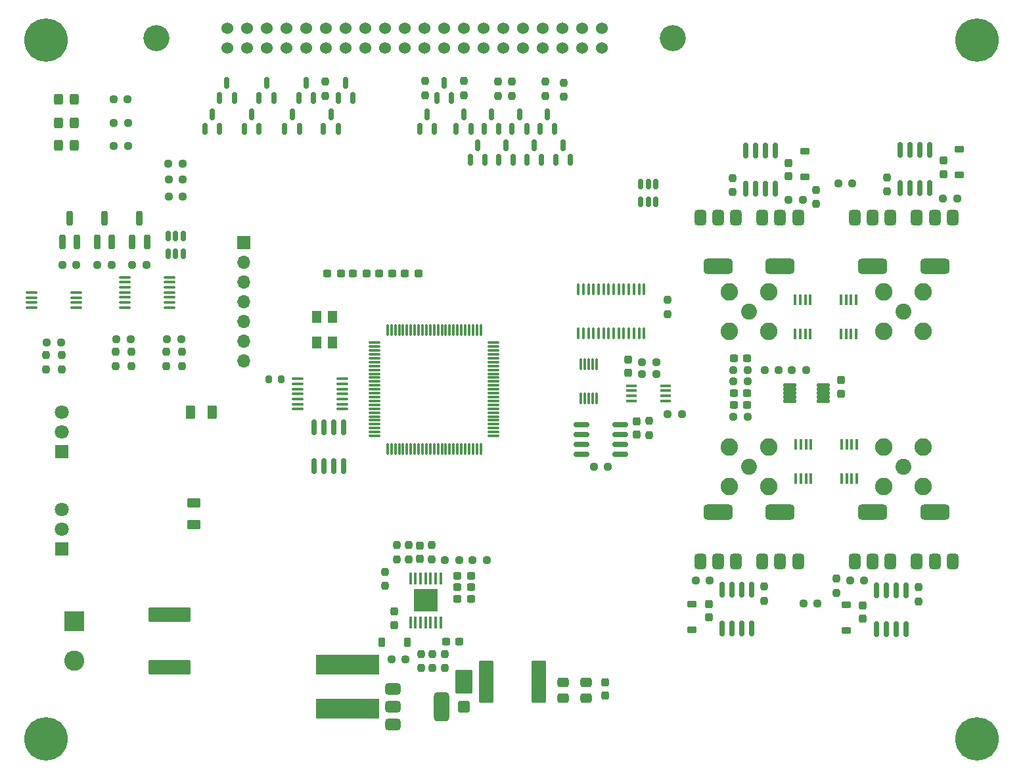
<source format=gbr>
%TF.GenerationSoftware,KiCad,Pcbnew,8.0.1*%
%TF.CreationDate,2024-10-23T11:49:59+02:00*%
%TF.ProjectId,ultrasonic_V3_HW,756c7472-6173-46f6-9e69-635f56335f48,rev?*%
%TF.SameCoordinates,Original*%
%TF.FileFunction,Soldermask,Top*%
%TF.FilePolarity,Negative*%
%FSLAX46Y46*%
G04 Gerber Fmt 4.6, Leading zero omitted, Abs format (unit mm)*
G04 Created by KiCad (PCBNEW 8.0.1) date 2024-10-23 11:49:59*
%MOMM*%
%LPD*%
G01*
G04 APERTURE LIST*
G04 Aperture macros list*
%AMRoundRect*
0 Rectangle with rounded corners*
0 $1 Rounding radius*
0 $2 $3 $4 $5 $6 $7 $8 $9 X,Y pos of 4 corners*
0 Add a 4 corners polygon primitive as box body*
4,1,4,$2,$3,$4,$5,$6,$7,$8,$9,$2,$3,0*
0 Add four circle primitives for the rounded corners*
1,1,$1+$1,$2,$3*
1,1,$1+$1,$4,$5*
1,1,$1+$1,$6,$7*
1,1,$1+$1,$8,$9*
0 Add four rect primitives between the rounded corners*
20,1,$1+$1,$2,$3,$4,$5,0*
20,1,$1+$1,$4,$5,$6,$7,0*
20,1,$1+$1,$6,$7,$8,$9,0*
20,1,$1+$1,$8,$9,$2,$3,0*%
G04 Aperture macros list end*
%ADD10RoundRect,0.237500X-0.237500X0.250000X-0.237500X-0.250000X0.237500X-0.250000X0.237500X0.250000X0*%
%ADD11RoundRect,0.237500X0.237500X-0.300000X0.237500X0.300000X-0.237500X0.300000X-0.237500X-0.300000X0*%
%ADD12RoundRect,0.237500X-0.250000X-0.237500X0.250000X-0.237500X0.250000X0.237500X-0.250000X0.237500X0*%
%ADD13RoundRect,0.237500X0.237500X-0.250000X0.237500X0.250000X-0.237500X0.250000X-0.237500X-0.250000X0*%
%ADD14RoundRect,0.237500X-0.237500X0.300000X-0.237500X-0.300000X0.237500X-0.300000X0.237500X0.300000X0*%
%ADD15RoundRect,0.150000X0.150000X-0.587500X0.150000X0.587500X-0.150000X0.587500X-0.150000X-0.587500X0*%
%ADD16RoundRect,0.250000X-0.325000X-0.450000X0.325000X-0.450000X0.325000X0.450000X-0.325000X0.450000X0*%
%ADD17RoundRect,0.375000X-0.625000X-0.375000X0.625000X-0.375000X0.625000X0.375000X-0.625000X0.375000X0*%
%ADD18RoundRect,0.500000X-0.500000X-1.400000X0.500000X-1.400000X0.500000X1.400000X-0.500000X1.400000X0*%
%ADD19RoundRect,0.150000X-0.150000X0.825000X-0.150000X-0.825000X0.150000X-0.825000X0.150000X0.825000X0*%
%ADD20C,4.000000*%
%ADD21C,5.600000*%
%ADD22RoundRect,0.100000X0.637500X0.100000X-0.637500X0.100000X-0.637500X-0.100000X0.637500X-0.100000X0*%
%ADD23R,1.700000X1.700000*%
%ADD24O,1.700000X1.700000*%
%ADD25RoundRect,0.225000X0.225000X0.375000X-0.225000X0.375000X-0.225000X-0.375000X0.225000X-0.375000X0*%
%ADD26RoundRect,0.225000X0.375000X-0.225000X0.375000X0.225000X-0.375000X0.225000X-0.375000X-0.225000X0*%
%ADD27RoundRect,0.200000X0.200000X-0.750000X0.200000X0.750000X-0.200000X0.750000X-0.200000X-0.750000X0*%
%ADD28RoundRect,0.060500X0.776500X0.181500X-0.776500X0.181500X-0.776500X-0.181500X0.776500X-0.181500X0*%
%ADD29RoundRect,0.237500X0.250000X0.237500X-0.250000X0.237500X-0.250000X-0.237500X0.250000X-0.237500X0*%
%ADD30RoundRect,0.237500X-0.300000X-0.237500X0.300000X-0.237500X0.300000X0.237500X-0.300000X0.237500X0*%
%ADD31RoundRect,0.100000X-0.637500X-0.100000X0.637500X-0.100000X0.637500X0.100000X-0.637500X0.100000X0*%
%ADD32RoundRect,0.150000X0.150000X-0.825000X0.150000X0.825000X-0.150000X0.825000X-0.150000X-0.825000X0*%
%ADD33RoundRect,0.100000X0.100000X-0.637500X0.100000X0.637500X-0.100000X0.637500X-0.100000X-0.637500X0*%
%ADD34R,1.450000X0.450000*%
%ADD35RoundRect,0.237500X0.300000X0.237500X-0.300000X0.237500X-0.300000X-0.237500X0.300000X-0.237500X0*%
%ADD36RoundRect,0.225000X-0.375000X0.225000X-0.375000X-0.225000X0.375000X-0.225000X0.375000X0.225000X0*%
%ADD37RoundRect,0.375000X0.375000X-0.625000X0.375000X0.625000X-0.375000X0.625000X-0.375000X-0.625000X0*%
%ADD38RoundRect,0.500000X1.400000X-0.500000X1.400000X0.500000X-1.400000X0.500000X-1.400000X-0.500000X0*%
%ADD39RoundRect,0.375000X-0.375000X0.625000X-0.375000X-0.625000X0.375000X-0.625000X0.375000X0.625000X0*%
%ADD40RoundRect,0.500000X-1.400000X0.500000X-1.400000X-0.500000X1.400000X-0.500000X1.400000X0.500000X0*%
%ADD41R,1.300000X1.600000*%
%ADD42RoundRect,0.150000X0.825000X0.150000X-0.825000X0.150000X-0.825000X-0.150000X0.825000X-0.150000X0*%
%ADD43RoundRect,0.250000X-0.625000X0.375000X-0.625000X-0.375000X0.625000X-0.375000X0.625000X0.375000X0*%
%ADD44R,0.450000X1.450000*%
%ADD45R,2.600000X2.600000*%
%ADD46C,2.600000*%
%ADD47C,2.050000*%
%ADD48C,2.250000*%
%ADD49RoundRect,0.150000X0.150000X-0.512500X0.150000X0.512500X-0.150000X0.512500X-0.150000X-0.512500X0*%
%ADD50RoundRect,0.250000X2.475000X-0.712500X2.475000X0.712500X-2.475000X0.712500X-2.475000X-0.712500X0*%
%ADD51RoundRect,0.200000X-0.200000X-0.275000X0.200000X-0.275000X0.200000X0.275000X-0.200000X0.275000X0*%
%ADD52RoundRect,0.250000X-0.850000X1.300000X-0.850000X-1.300000X0.850000X-1.300000X0.850000X1.300000X0*%
%ADD53RoundRect,0.250000X-0.510000X0.500000X-0.510000X-0.500000X0.510000X-0.500000X0.510000X0.500000X0*%
%ADD54R,8.200000X2.600000*%
%ADD55RoundRect,0.075000X-0.662500X-0.075000X0.662500X-0.075000X0.662500X0.075000X-0.662500X0.075000X0*%
%ADD56RoundRect,0.075000X-0.075000X-0.662500X0.075000X-0.662500X0.075000X0.662500X-0.075000X0.662500X0*%
%ADD57RoundRect,0.075000X0.075000X-0.650000X0.075000X0.650000X-0.075000X0.650000X-0.075000X-0.650000X0*%
%ADD58R,1.800000X1.800000*%
%ADD59C,1.800000*%
%ADD60RoundRect,0.250000X-0.375000X-0.625000X0.375000X-0.625000X0.375000X0.625000X-0.375000X0.625000X0*%
%ADD61RoundRect,0.250000X-0.712500X-2.475000X0.712500X-2.475000X0.712500X2.475000X-0.712500X2.475000X0*%
%ADD62RoundRect,0.250000X0.475000X-0.337500X0.475000X0.337500X-0.475000X0.337500X-0.475000X-0.337500X0*%
%ADD63R,3.100000X3.000000*%
%ADD64RoundRect,0.100000X0.100000X-0.687500X0.100000X0.687500X-0.100000X0.687500X-0.100000X-0.687500X0*%
%ADD65C,1.524000*%
%ADD66C,3.352800*%
G04 APERTURE END LIST*
D10*
%TO.C,R26*%
X107000000Y-89675000D03*
X107000000Y-91500000D03*
%TD*%
D11*
%TO.C,C59*%
X137700000Y-116362500D03*
X137700000Y-114637500D03*
%TD*%
D12*
%TO.C,R27*%
X105087500Y-88087500D03*
X106912500Y-88087500D03*
%TD*%
D13*
%TO.C,R82*%
X125500000Y-56712500D03*
X125500000Y-54887500D03*
%TD*%
D14*
%TO.C,C6*%
X205100000Y-65037500D03*
X205100000Y-66762500D03*
%TD*%
D15*
%TO.C,D20*%
X149550000Y-60937500D03*
X151450000Y-60937500D03*
X150500000Y-59062500D03*
%TD*%
D16*
%TO.C,D27*%
X91075000Y-57180000D03*
X93125000Y-57180000D03*
%TD*%
D13*
%TO.C,R42*%
X98500000Y-91500000D03*
X98500000Y-89675000D03*
%TD*%
D17*
%TO.C,Q11*%
X134150000Y-133100000D03*
X134150000Y-135400000D03*
D18*
X140450000Y-135400000D03*
D17*
X134150000Y-137700000D03*
%TD*%
D19*
%TO.C,U11*%
X180405000Y-120325000D03*
X179135000Y-120325000D03*
X177865000Y-120325000D03*
X176595000Y-120325000D03*
X176595000Y-125275000D03*
X177865000Y-125275000D03*
X179135000Y-125275000D03*
X180405000Y-125275000D03*
%TD*%
D20*
%TO.C,H3*%
X209500000Y-139500000D03*
D21*
X209500000Y-139500000D03*
%TD*%
D22*
%TO.C,U6*%
X105362500Y-83950000D03*
X105362500Y-83300000D03*
X105362500Y-82650000D03*
X105362500Y-82000000D03*
X105362500Y-81350000D03*
X105362500Y-80700000D03*
X105362500Y-80050000D03*
X99637500Y-80050000D03*
X99637500Y-80700000D03*
X99637500Y-81350000D03*
X99637500Y-82000000D03*
X99637500Y-82650000D03*
X99637500Y-83300000D03*
X99637500Y-83950000D03*
%TD*%
D23*
%TO.C,J4*%
X115000000Y-75600000D03*
D24*
X115000000Y-78140000D03*
X115000000Y-80680000D03*
X115000000Y-83220000D03*
X115000000Y-85760000D03*
X115000000Y-88300000D03*
X115000000Y-90840000D03*
%TD*%
D14*
%TO.C,C12*%
X191975000Y-93337500D03*
X191975000Y-95062500D03*
%TD*%
D15*
%TO.C,D10*%
X122050000Y-56937500D03*
X123950000Y-56937500D03*
X123000000Y-55062500D03*
%TD*%
D12*
%TO.C,R69*%
X89587500Y-88500000D03*
X91412500Y-88500000D03*
%TD*%
D25*
%TO.C,D3*%
X136037500Y-127100000D03*
X132737500Y-127100000D03*
%TD*%
D26*
%TO.C,D1*%
X207200000Y-66850000D03*
X207200000Y-63550000D03*
%TD*%
D27*
%TO.C,Q6*%
X96050000Y-75500000D03*
X97950000Y-75500000D03*
X97000000Y-72500000D03*
%TD*%
D13*
%TO.C,R28*%
X105000000Y-91500000D03*
X105000000Y-89675000D03*
%TD*%
D28*
%TO.C,U3*%
X189625000Y-96000000D03*
X189625000Y-95500000D03*
X189625000Y-95000000D03*
X189625000Y-94500000D03*
X189625000Y-94000000D03*
X185325000Y-94000000D03*
X185325000Y-94500000D03*
X185325000Y-95000000D03*
X185325000Y-95500000D03*
X185325000Y-96000000D03*
%TD*%
D29*
%TO.C,R14*%
X179887500Y-92000000D03*
X178062500Y-92000000D03*
%TD*%
D15*
%TO.C,D25*%
X155150000Y-64937500D03*
X157050000Y-64937500D03*
X156100000Y-63062500D03*
%TD*%
D30*
%TO.C,R63*%
X129037500Y-79600000D03*
X130762500Y-79600000D03*
%TD*%
D13*
%TO.C,R37*%
X201900000Y-121812500D03*
X201900000Y-119987500D03*
%TD*%
D31*
%TO.C,U18*%
X87637500Y-82025000D03*
X87637500Y-82675000D03*
X87637500Y-83325000D03*
X87637500Y-83975000D03*
X93362500Y-83975000D03*
X93362500Y-83325000D03*
X93362500Y-82675000D03*
X93362500Y-82025000D03*
%TD*%
D13*
%TO.C,R12*%
X143300000Y-56625000D03*
X143300000Y-54800000D03*
%TD*%
D27*
%TO.C,Q15*%
X91600000Y-75500000D03*
X93500000Y-75500000D03*
X92550000Y-72500000D03*
%TD*%
D20*
%TO.C,H2*%
X89500000Y-139500000D03*
D21*
X89500000Y-139500000D03*
%TD*%
D32*
%TO.C,U16*%
X124070000Y-104375000D03*
X125340000Y-104375000D03*
X126610000Y-104375000D03*
X127880000Y-104375000D03*
X127880000Y-99425000D03*
X126610000Y-99425000D03*
X125340000Y-99425000D03*
X124070000Y-99425000D03*
%TD*%
D12*
%TO.C,R3*%
X105287500Y-69700000D03*
X107112500Y-69700000D03*
%TD*%
D15*
%TO.C,D19*%
X144150000Y-64937500D03*
X146050000Y-64937500D03*
X145100000Y-63062500D03*
%TD*%
D33*
%TO.C,U7*%
X158100000Y-87300000D03*
X158750000Y-87300000D03*
X159400000Y-87300000D03*
X160050000Y-87300000D03*
X160700000Y-87300000D03*
X161350000Y-87300000D03*
X162000000Y-87300000D03*
X162650000Y-87300000D03*
X163300000Y-87300000D03*
X163950000Y-87300000D03*
X164600000Y-87300000D03*
X165250000Y-87300000D03*
X165900000Y-87300000D03*
X166550000Y-87300000D03*
X166550000Y-81575000D03*
X165900000Y-81575000D03*
X165250000Y-81575000D03*
X164600000Y-81575000D03*
X163950000Y-81575000D03*
X163300000Y-81575000D03*
X162650000Y-81575000D03*
X162000000Y-81575000D03*
X161350000Y-81575000D03*
X160700000Y-81575000D03*
X160050000Y-81575000D03*
X159400000Y-81575000D03*
X158750000Y-81575000D03*
X158100000Y-81575000D03*
%TD*%
D29*
%TO.C,R56*%
X142712500Y-116500000D03*
X140887500Y-116500000D03*
%TD*%
D34*
%TO.C,U17*%
X169312500Y-95975000D03*
X169312500Y-95325000D03*
X169312500Y-94675000D03*
X169312500Y-94025000D03*
X164912500Y-94025000D03*
X164912500Y-94675000D03*
X164912500Y-95325000D03*
X164912500Y-95975000D03*
%TD*%
D35*
%TO.C,C56*%
X144250000Y-118500000D03*
X142525000Y-118500000D03*
%TD*%
D27*
%TO.C,Q5*%
X100600000Y-75500000D03*
X102500000Y-75500000D03*
X101550000Y-72500000D03*
%TD*%
D13*
%TO.C,R54*%
X137800000Y-130412500D03*
X137800000Y-128587500D03*
%TD*%
D12*
%TO.C,R34*%
X205087500Y-69900000D03*
X206912500Y-69900000D03*
%TD*%
D22*
%TO.C,U2*%
X127662500Y-97050000D03*
X127662500Y-96400000D03*
X127662500Y-95750000D03*
X127662500Y-95100000D03*
X127662500Y-94450000D03*
X127662500Y-93800000D03*
X127662500Y-93150000D03*
X121937500Y-93150000D03*
X121937500Y-93800000D03*
X121937500Y-94450000D03*
X121937500Y-95100000D03*
X121937500Y-95750000D03*
X121937500Y-96400000D03*
X121937500Y-97050000D03*
%TD*%
D29*
%TO.C,R51*%
X135812500Y-129300000D03*
X133987500Y-129300000D03*
%TD*%
%TO.C,R23*%
X179887500Y-93500000D03*
X178062500Y-93500000D03*
%TD*%
%TO.C,R72*%
X171412500Y-97700000D03*
X169587500Y-97700000D03*
%TD*%
D15*
%TO.C,D8*%
X109950000Y-60937500D03*
X111850000Y-60937500D03*
X110900000Y-59062500D03*
%TD*%
D10*
%TO.C,R32*%
X188700000Y-68787500D03*
X188700000Y-70612500D03*
%TD*%
D30*
%TO.C,R62*%
X125737500Y-79600000D03*
X127462500Y-79600000D03*
%TD*%
D16*
%TO.C,D24*%
X91100000Y-63100000D03*
X93150000Y-63100000D03*
%TD*%
D10*
%TO.C,R44*%
X100500000Y-89675000D03*
X100500000Y-91500000D03*
%TD*%
D36*
%TO.C,D6*%
X172700000Y-122150000D03*
X172700000Y-125450000D03*
%TD*%
D30*
%TO.C,C8*%
X178112500Y-90500000D03*
X179837500Y-90500000D03*
%TD*%
D14*
%TO.C,C1*%
X165600000Y-98637500D03*
X165600000Y-100362500D03*
%TD*%
D37*
%TO.C,Q8*%
X173800000Y-116650000D03*
X176100000Y-116650000D03*
D38*
X176100000Y-110350000D03*
D37*
X178400000Y-116650000D03*
%TD*%
D39*
%TO.C,Q2*%
X186400000Y-72350000D03*
X184100000Y-72350000D03*
D40*
X184100000Y-78650000D03*
D39*
X181800000Y-72350000D03*
%TD*%
D30*
%TO.C,C24*%
X178112500Y-95000000D03*
X179837500Y-95000000D03*
%TD*%
D15*
%TO.C,D16*%
X142350000Y-60937500D03*
X144250000Y-60937500D03*
X143300000Y-59062500D03*
%TD*%
D41*
%TO.C,X1*%
X124400000Y-85150000D03*
X124400000Y-88450000D03*
X126400000Y-88450000D03*
X126400000Y-85150000D03*
%TD*%
D29*
%TO.C,R38*%
X194912500Y-119100000D03*
X193087500Y-119100000D03*
%TD*%
D42*
%TO.C,U4*%
X163450000Y-102905000D03*
X163450000Y-101635000D03*
X163450000Y-100365000D03*
X163450000Y-99095000D03*
X158500000Y-99095000D03*
X158500000Y-100365000D03*
X158500000Y-101635000D03*
X158500000Y-102905000D03*
%TD*%
D15*
%TO.C,D15*%
X125250000Y-60937500D03*
X127150000Y-60937500D03*
X126200000Y-59062500D03*
%TD*%
D12*
%TO.C,R45*%
X96087500Y-78500000D03*
X97912500Y-78500000D03*
%TD*%
D11*
%TO.C,C17*%
X174900000Y-123862500D03*
X174900000Y-122137500D03*
%TD*%
D15*
%TO.C,D14*%
X137650000Y-60937500D03*
X139550000Y-60937500D03*
X138600000Y-59062500D03*
%TD*%
D30*
%TO.C,R64*%
X132375000Y-79600000D03*
X134100000Y-79600000D03*
%TD*%
D16*
%TO.C,D26*%
X91100000Y-60180000D03*
X93150000Y-60180000D03*
%TD*%
D43*
%TO.C,F4*%
X108500000Y-109100000D03*
X108500000Y-111900000D03*
%TD*%
D44*
%TO.C,U21*%
X186125000Y-106000000D03*
X186775000Y-106000000D03*
X187425000Y-106000000D03*
X188075000Y-106000000D03*
X188075000Y-101600000D03*
X187425000Y-101600000D03*
X186775000Y-101600000D03*
X186125000Y-101600000D03*
%TD*%
D15*
%TO.C,D9*%
X116950000Y-56937500D03*
X118850000Y-56937500D03*
X117900000Y-55062500D03*
%TD*%
D13*
%TO.C,R50*%
X136200000Y-116412500D03*
X136200000Y-114587500D03*
%TD*%
%TO.C,R57*%
X139200000Y-116412500D03*
X139200000Y-114587500D03*
%TD*%
D45*
%TO.C,J5*%
X93095000Y-124355000D03*
D46*
X93095000Y-129435000D03*
%TD*%
D13*
%TO.C,R7*%
X167200000Y-100412500D03*
X167200000Y-98587500D03*
%TD*%
D12*
%TO.C,R18*%
X178062500Y-98000000D03*
X179887500Y-98000000D03*
%TD*%
D15*
%TO.C,D7*%
X111850000Y-56937500D03*
X113750000Y-56937500D03*
X112800000Y-55062500D03*
%TD*%
D29*
%TO.C,R5*%
X187412500Y-92000000D03*
X185587500Y-92000000D03*
%TD*%
D47*
%TO.C,J7*%
X180100000Y-104500000D03*
D48*
X177560000Y-107040000D03*
X182640000Y-107040000D03*
X177560000Y-101960000D03*
X182640000Y-101960000D03*
%TD*%
D14*
%TO.C,C11*%
X164475000Y-90637500D03*
X164475000Y-92362500D03*
%TD*%
D15*
%TO.C,D13*%
X120250000Y-60937500D03*
X122150000Y-60937500D03*
X121200000Y-59062500D03*
%TD*%
D44*
%TO.C,U19*%
X193875000Y-83000000D03*
X193225000Y-83000000D03*
X192575000Y-83000000D03*
X191925000Y-83000000D03*
X191925000Y-87400000D03*
X192575000Y-87400000D03*
X193225000Y-87400000D03*
X193875000Y-87400000D03*
%TD*%
D49*
%TO.C,U24*%
X166150000Y-70337500D03*
X167100000Y-70337500D03*
X168050000Y-70337500D03*
X168050000Y-68062500D03*
X167100000Y-68062500D03*
X166150000Y-68062500D03*
%TD*%
D20*
%TO.C,H1*%
X89500000Y-49500000D03*
D21*
X89500000Y-49500000D03*
%TD*%
D50*
%TO.C,F2*%
X105400000Y-130287500D03*
X105400000Y-123512500D03*
%TD*%
D10*
%TO.C,R70*%
X91500000Y-90087500D03*
X91500000Y-91912500D03*
%TD*%
D37*
%TO.C,Q10*%
X181800000Y-116650000D03*
X184100000Y-116650000D03*
D38*
X184100000Y-110350000D03*
D37*
X186400000Y-116650000D03*
%TD*%
D44*
%TO.C,U20*%
X192025000Y-106000000D03*
X192675000Y-106000000D03*
X193325000Y-106000000D03*
X193975000Y-106000000D03*
X193975000Y-101600000D03*
X193325000Y-101600000D03*
X192675000Y-101600000D03*
X192025000Y-101600000D03*
%TD*%
D32*
%TO.C,U8*%
X179695000Y-68675000D03*
X180965000Y-68675000D03*
X182235000Y-68675000D03*
X183505000Y-68675000D03*
X183505000Y-63725000D03*
X182235000Y-63725000D03*
X180965000Y-63725000D03*
X179695000Y-63725000D03*
%TD*%
D29*
%TO.C,R55*%
X146300000Y-116500000D03*
X144475000Y-116500000D03*
%TD*%
D26*
%TO.C,D2*%
X187300000Y-67150000D03*
X187300000Y-63850000D03*
%TD*%
D13*
%TO.C,R68*%
X89500000Y-91912500D03*
X89500000Y-90087500D03*
%TD*%
%TO.C,R53*%
X139300000Y-130412500D03*
X139300000Y-128587500D03*
%TD*%
D19*
%TO.C,U10*%
X200305000Y-120425000D03*
X199035000Y-120425000D03*
X197765000Y-120425000D03*
X196495000Y-120425000D03*
X196495000Y-125375000D03*
X197765000Y-125375000D03*
X199035000Y-125375000D03*
X200305000Y-125375000D03*
%TD*%
D47*
%TO.C,J2*%
X200000000Y-84500000D03*
D48*
X202540000Y-81960000D03*
X197460000Y-81960000D03*
X202540000Y-87040000D03*
X197460000Y-87040000D03*
%TD*%
D29*
%TO.C,R39*%
X175012500Y-119100000D03*
X173187500Y-119100000D03*
%TD*%
D13*
%TO.C,R40*%
X191300000Y-120712500D03*
X191300000Y-118887500D03*
%TD*%
D29*
%TO.C,R46*%
X100037500Y-60220000D03*
X98212500Y-60220000D03*
%TD*%
D15*
%TO.C,D22*%
X151450000Y-64937500D03*
X153350000Y-64937500D03*
X152400000Y-63062500D03*
%TD*%
%TO.C,D11*%
X115050000Y-60937500D03*
X116950000Y-60937500D03*
X116000000Y-59062500D03*
%TD*%
D12*
%TO.C,R31*%
X185187500Y-70100000D03*
X187012500Y-70100000D03*
%TD*%
D10*
%TO.C,R20*%
X133200000Y-117987500D03*
X133200000Y-119812500D03*
%TD*%
%TO.C,R30*%
X178000000Y-67287500D03*
X178000000Y-69112500D03*
%TD*%
D49*
%TO.C,U23*%
X105250000Y-77037500D03*
X106200000Y-77037500D03*
X107150000Y-77037500D03*
X107150000Y-74762500D03*
X106200000Y-74762500D03*
X105250000Y-74762500D03*
%TD*%
D12*
%TO.C,R47*%
X91587500Y-78500000D03*
X93412500Y-78500000D03*
%TD*%
D47*
%TO.C,J6*%
X180100000Y-84500000D03*
D48*
X182640000Y-81960000D03*
X177560000Y-81960000D03*
X182640000Y-87040000D03*
X177560000Y-87040000D03*
%TD*%
D11*
%TO.C,C58*%
X134387500Y-124862500D03*
X134387500Y-123137500D03*
%TD*%
D15*
%TO.C,D17*%
X139850000Y-56937500D03*
X141750000Y-56937500D03*
X140800000Y-55062500D03*
%TD*%
D13*
%TO.C,R75*%
X156200000Y-56812500D03*
X156200000Y-54987500D03*
%TD*%
D35*
%TO.C,C57*%
X144250000Y-120000000D03*
X142525000Y-120000000D03*
%TD*%
D30*
%TO.C,R65*%
X135737500Y-79600000D03*
X137462500Y-79600000D03*
%TD*%
D47*
%TO.C,J3*%
X200000000Y-104500000D03*
D48*
X197460000Y-107040000D03*
X202540000Y-107040000D03*
X197460000Y-101960000D03*
X202540000Y-101960000D03*
%TD*%
D14*
%TO.C,C5*%
X185200000Y-65337500D03*
X185200000Y-67062500D03*
%TD*%
D12*
%TO.C,R41*%
X187087500Y-122100000D03*
X188912500Y-122100000D03*
%TD*%
D51*
%TO.C,R71*%
X118175000Y-93200000D03*
X119825000Y-93200000D03*
%TD*%
D32*
%TO.C,U9*%
X199595000Y-68575000D03*
X200865000Y-68575000D03*
X202135000Y-68575000D03*
X203405000Y-68575000D03*
X203405000Y-63625000D03*
X202135000Y-63625000D03*
X200865000Y-63625000D03*
X199595000Y-63625000D03*
%TD*%
D12*
%TO.C,R43*%
X98587500Y-88087500D03*
X100412500Y-88087500D03*
%TD*%
D39*
%TO.C,Q4*%
X198300000Y-72350000D03*
X196000000Y-72350000D03*
D40*
X196000000Y-78650000D03*
D39*
X193700000Y-72350000D03*
%TD*%
D12*
%TO.C,R29*%
X160062500Y-104500000D03*
X161887500Y-104500000D03*
%TD*%
D20*
%TO.C,H4*%
X209500000Y-49500000D03*
D21*
X209500000Y-49500000D03*
%TD*%
D12*
%TO.C,R58*%
X100587500Y-78500000D03*
X102412500Y-78500000D03*
%TD*%
D52*
%TO.C,D4*%
X143300000Y-132190000D03*
D53*
X143300000Y-135410000D03*
%TD*%
D39*
%TO.C,Q3*%
X206300000Y-72350000D03*
X204000000Y-72350000D03*
D40*
X204000000Y-78650000D03*
D39*
X201700000Y-72350000D03*
%TD*%
%TO.C,Q1*%
X178400000Y-72350000D03*
X176100000Y-72350000D03*
D40*
X176100000Y-78650000D03*
D39*
X173800000Y-72350000D03*
%TD*%
D15*
%TO.C,D21*%
X147800000Y-64937500D03*
X149700000Y-64937500D03*
X148750000Y-63062500D03*
%TD*%
D12*
%TO.C,R17*%
X166287500Y-91000000D03*
X168112500Y-91000000D03*
%TD*%
D11*
%TO.C,C16*%
X194700000Y-124062500D03*
X194700000Y-122337500D03*
%TD*%
D13*
%TO.C,R11*%
X138300000Y-56612500D03*
X138300000Y-54787500D03*
%TD*%
D12*
%TO.C,R6*%
X105275000Y-65410000D03*
X107100000Y-65410000D03*
%TD*%
D54*
%TO.C,L2*%
X128387500Y-130000000D03*
X128387500Y-135600000D03*
%TD*%
D13*
%TO.C,R36*%
X182000000Y-121712500D03*
X182000000Y-119887500D03*
%TD*%
D55*
%TO.C,U1*%
X131837500Y-88500000D03*
X131837500Y-89000000D03*
X131837500Y-89500000D03*
X131837500Y-90000000D03*
X131837500Y-90500000D03*
X131837500Y-91000000D03*
X131837500Y-91500000D03*
X131837500Y-92000000D03*
X131837500Y-92500000D03*
X131837500Y-93000000D03*
X131837500Y-93500000D03*
X131837500Y-94000000D03*
X131837500Y-94500000D03*
X131837500Y-95000000D03*
X131837500Y-95500000D03*
X131837500Y-96000000D03*
X131837500Y-96500000D03*
X131837500Y-97000000D03*
X131837500Y-97500000D03*
X131837500Y-98000000D03*
X131837500Y-98500000D03*
X131837500Y-99000000D03*
X131837500Y-99500000D03*
X131837500Y-100000000D03*
X131837500Y-100500000D03*
D56*
X133500000Y-102162500D03*
X134000000Y-102162500D03*
X134500000Y-102162500D03*
X135000000Y-102162500D03*
X135500000Y-102162500D03*
X136000000Y-102162500D03*
X136500000Y-102162500D03*
X137000000Y-102162500D03*
X137500000Y-102162500D03*
X138000000Y-102162500D03*
X138500000Y-102162500D03*
X139000000Y-102162500D03*
X139500000Y-102162500D03*
X140000000Y-102162500D03*
X140500000Y-102162500D03*
X141000000Y-102162500D03*
X141500000Y-102162500D03*
X142000000Y-102162500D03*
X142500000Y-102162500D03*
X143000000Y-102162500D03*
X143500000Y-102162500D03*
X144000000Y-102162500D03*
X144500000Y-102162500D03*
X145000000Y-102162500D03*
X145500000Y-102162500D03*
D55*
X147162500Y-100500000D03*
X147162500Y-100000000D03*
X147162500Y-99500000D03*
X147162500Y-99000000D03*
X147162500Y-98500000D03*
X147162500Y-98000000D03*
X147162500Y-97500000D03*
X147162500Y-97000000D03*
X147162500Y-96500000D03*
X147162500Y-96000000D03*
X147162500Y-95500000D03*
X147162500Y-95000000D03*
X147162500Y-94500000D03*
X147162500Y-94000000D03*
X147162500Y-93500000D03*
X147162500Y-93000000D03*
X147162500Y-92500000D03*
X147162500Y-92000000D03*
X147162500Y-91500000D03*
X147162500Y-91000000D03*
X147162500Y-90500000D03*
X147162500Y-90000000D03*
X147162500Y-89500000D03*
X147162500Y-89000000D03*
X147162500Y-88500000D03*
D56*
X145500000Y-86837500D03*
X145000000Y-86837500D03*
X144500000Y-86837500D03*
X144000000Y-86837500D03*
X143500000Y-86837500D03*
X143000000Y-86837500D03*
X142500000Y-86837500D03*
X142000000Y-86837500D03*
X141500000Y-86837500D03*
X141000000Y-86837500D03*
X140500000Y-86837500D03*
X140000000Y-86837500D03*
X139500000Y-86837500D03*
X139000000Y-86837500D03*
X138500000Y-86837500D03*
X138000000Y-86837500D03*
X137500000Y-86837500D03*
X137000000Y-86837500D03*
X136500000Y-86837500D03*
X136000000Y-86837500D03*
X135500000Y-86837500D03*
X135000000Y-86837500D03*
X134500000Y-86837500D03*
X134000000Y-86837500D03*
X133500000Y-86837500D03*
%TD*%
D15*
%TO.C,D18*%
X145950000Y-60937500D03*
X147850000Y-60937500D03*
X146900000Y-59062500D03*
%TD*%
D13*
%TO.C,R73*%
X149500000Y-56712500D03*
X149500000Y-54887500D03*
%TD*%
D29*
%TO.C,R8*%
X183912500Y-92000000D03*
X182087500Y-92000000D03*
%TD*%
D44*
%TO.C,U22*%
X187975000Y-83000000D03*
X187325000Y-83000000D03*
X186675000Y-83000000D03*
X186025000Y-83000000D03*
X186025000Y-87400000D03*
X186675000Y-87400000D03*
X187325000Y-87400000D03*
X187975000Y-87400000D03*
%TD*%
D57*
%TO.C,U5*%
X158400000Y-95700000D03*
X158900000Y-95700000D03*
X159400000Y-95700000D03*
X159900000Y-95700000D03*
X160400000Y-95700000D03*
X160400000Y-91300000D03*
X159900000Y-91300000D03*
X159400000Y-91300000D03*
X158900000Y-91300000D03*
X158400000Y-91300000D03*
%TD*%
D30*
%TO.C,C61*%
X141025000Y-127000000D03*
X142750000Y-127000000D03*
%TD*%
D58*
%TO.C,U12*%
X91520000Y-102512500D03*
D59*
X91520000Y-99972500D03*
X91520000Y-97432500D03*
%TD*%
D36*
%TO.C,D5*%
X192600000Y-122250000D03*
X192600000Y-125550000D03*
%TD*%
D12*
%TO.C,R16*%
X166287500Y-92500000D03*
X168112500Y-92500000D03*
%TD*%
D15*
%TO.C,D23*%
X153150000Y-60937500D03*
X155050000Y-60937500D03*
X154100000Y-59062500D03*
%TD*%
D13*
%TO.C,R74*%
X153800000Y-56712500D03*
X153800000Y-54887500D03*
%TD*%
D60*
%TO.C,F3*%
X108100000Y-97462500D03*
X110900000Y-97462500D03*
%TD*%
D30*
%TO.C,R49*%
X142525000Y-121500000D03*
X144250000Y-121500000D03*
%TD*%
D37*
%TO.C,Q7*%
X193700000Y-116650000D03*
X196000000Y-116650000D03*
D38*
X196000000Y-110350000D03*
D37*
X198300000Y-116650000D03*
%TD*%
D29*
%TO.C,R67*%
X100012500Y-57180000D03*
X98187500Y-57180000D03*
%TD*%
D10*
%TO.C,R33*%
X197900000Y-67187500D03*
X197900000Y-69012500D03*
%TD*%
D61*
%TO.C,F1*%
X146212500Y-132200000D03*
X152987500Y-132200000D03*
%TD*%
D12*
%TO.C,R4*%
X105300000Y-67500000D03*
X107125000Y-67500000D03*
%TD*%
D10*
%TO.C,R25*%
X169600000Y-82987500D03*
X169600000Y-84812500D03*
%TD*%
D62*
%TO.C,C15*%
X156090000Y-134300000D03*
X156090000Y-132225000D03*
%TD*%
%TO.C,C62*%
X159100000Y-134300000D03*
X159100000Y-132225000D03*
%TD*%
D63*
%TO.C,U15*%
X138387500Y-121700000D03*
D64*
X136437500Y-124562500D03*
X137087500Y-124562500D03*
X137737500Y-124562500D03*
X138387500Y-124562500D03*
X139037500Y-124562500D03*
X139687500Y-124562500D03*
X140337500Y-124562500D03*
X140337500Y-118837500D03*
X139687500Y-118837500D03*
X139037500Y-118837500D03*
X138387500Y-118837500D03*
X137737500Y-118837500D03*
X137087500Y-118837500D03*
X136437500Y-118837500D03*
%TD*%
D29*
%TO.C,R35*%
X193412500Y-68000000D03*
X191587500Y-68000000D03*
%TD*%
D10*
%TO.C,R52*%
X140887500Y-128587500D03*
X140887500Y-130412500D03*
%TD*%
D29*
%TO.C,R59*%
X100037500Y-63180000D03*
X98212500Y-63180000D03*
%TD*%
D14*
%TO.C,C63*%
X161500000Y-132237500D03*
X161500000Y-133962500D03*
%TD*%
D13*
%TO.C,R13*%
X147700000Y-56712500D03*
X147700000Y-54887500D03*
%TD*%
D15*
%TO.C,D12*%
X127150000Y-56937500D03*
X129050000Y-56937500D03*
X128100000Y-55062500D03*
%TD*%
D30*
%TO.C,C10*%
X178112500Y-96500000D03*
X179837500Y-96500000D03*
%TD*%
D10*
%TO.C,R48*%
X134700000Y-114587500D03*
X134700000Y-116412500D03*
%TD*%
D58*
%TO.C,U13*%
X91520000Y-115050000D03*
D59*
X91520000Y-112510000D03*
X91520000Y-109970000D03*
%TD*%
D65*
%TO.C,J1*%
X112840000Y-50500000D03*
X115380000Y-50500000D03*
X117920000Y-50500000D03*
X120460000Y-50500000D03*
X123000000Y-50500000D03*
X125540000Y-50500000D03*
X128080000Y-50500000D03*
X130620000Y-50500000D03*
X133160000Y-50500000D03*
X135700000Y-50500000D03*
X138240000Y-50500000D03*
X140780000Y-50500000D03*
X143320000Y-50500000D03*
X145860000Y-50500000D03*
X148400000Y-50500000D03*
X150940000Y-50500000D03*
X153480000Y-50500000D03*
X156020000Y-50500000D03*
X158560000Y-50500000D03*
X161100000Y-50500000D03*
X161100000Y-47960000D03*
X158560000Y-47960000D03*
X156020000Y-47960000D03*
X153480000Y-47960000D03*
X150940000Y-47960000D03*
X148400000Y-47960000D03*
X145860000Y-47960000D03*
X143320000Y-47960000D03*
X140780000Y-47960000D03*
X138240000Y-47960000D03*
X135700000Y-47960000D03*
X133160000Y-47960000D03*
X130620000Y-47960000D03*
X128080000Y-47960000D03*
X125540000Y-47960000D03*
X123000000Y-47960000D03*
X120460000Y-47960000D03*
X117920000Y-47960000D03*
X115380000Y-47960000D03*
X112840000Y-47960000D03*
D66*
X103708700Y-49230000D03*
X170231300Y-49230000D03*
%TD*%
D37*
%TO.C,Q9*%
X201700000Y-116650000D03*
X204000000Y-116650000D03*
D38*
X204000000Y-110350000D03*
D37*
X206300000Y-116650000D03*
%TD*%
M02*

</source>
